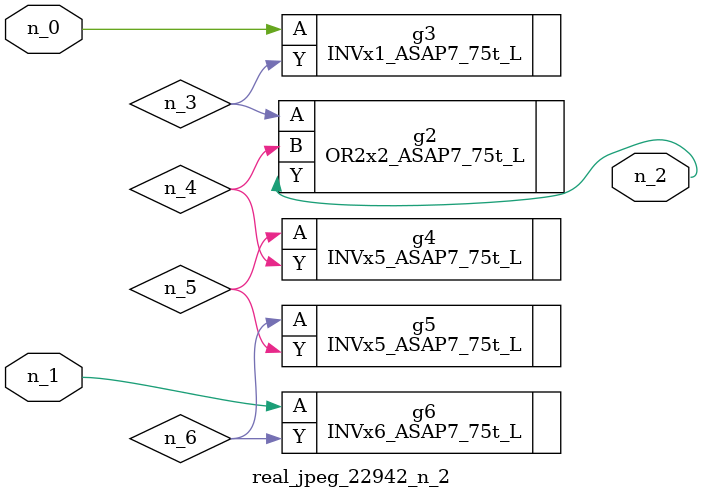
<source format=v>
module real_jpeg_22942_n_2 (n_1, n_0, n_2);

input n_1;
input n_0;

output n_2;

wire n_5;
wire n_4;
wire n_6;
wire n_3;

INVx1_ASAP7_75t_L g3 ( 
.A(n_0),
.Y(n_3)
);

INVx6_ASAP7_75t_L g6 ( 
.A(n_1),
.Y(n_6)
);

OR2x2_ASAP7_75t_L g2 ( 
.A(n_3),
.B(n_4),
.Y(n_2)
);

INVx5_ASAP7_75t_L g4 ( 
.A(n_5),
.Y(n_4)
);

INVx5_ASAP7_75t_L g5 ( 
.A(n_6),
.Y(n_5)
);


endmodule
</source>
